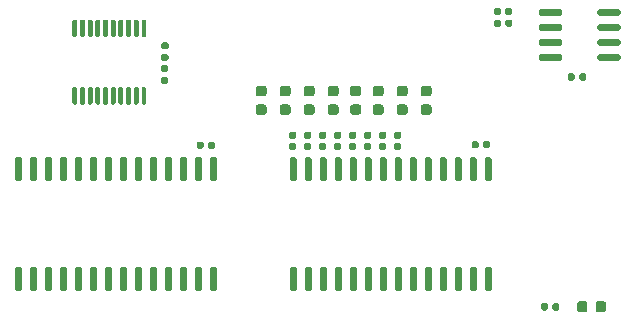
<source format=gtp>
%TF.GenerationSoftware,KiCad,Pcbnew,5.1.6*%
%TF.CreationDate,2020-07-11T21:42:10+02:00*%
%TF.ProjectId,IDEHat,49444548-6174-42e6-9b69-6361645f7063,rev?*%
%TF.SameCoordinates,Original*%
%TF.FileFunction,Paste,Top*%
%TF.FilePolarity,Positive*%
%FSLAX46Y46*%
G04 Gerber Fmt 4.6, Leading zero omitted, Abs format (unit mm)*
G04 Created by KiCad (PCBNEW 5.1.6) date 2020-07-11 21:42:10*
%MOMM*%
%LPD*%
G01*
G04 APERTURE LIST*
G04 APERTURE END LIST*
%TO.C,U2*%
G36*
G01*
X68460627Y-144424877D02*
X68660627Y-144424877D01*
G75*
G02*
X68760627Y-144524877I0J-100000D01*
G01*
X68760627Y-145799877D01*
G75*
G02*
X68660627Y-145899877I-100000J0D01*
G01*
X68460627Y-145899877D01*
G75*
G02*
X68360627Y-145799877I0J100000D01*
G01*
X68360627Y-144524877D01*
G75*
G02*
X68460627Y-144424877I100000J0D01*
G01*
G37*
G36*
G01*
X67810627Y-144424877D02*
X68010627Y-144424877D01*
G75*
G02*
X68110627Y-144524877I0J-100000D01*
G01*
X68110627Y-145799877D01*
G75*
G02*
X68010627Y-145899877I-100000J0D01*
G01*
X67810627Y-145899877D01*
G75*
G02*
X67710627Y-145799877I0J100000D01*
G01*
X67710627Y-144524877D01*
G75*
G02*
X67810627Y-144424877I100000J0D01*
G01*
G37*
G36*
G01*
X67160627Y-144424877D02*
X67360627Y-144424877D01*
G75*
G02*
X67460627Y-144524877I0J-100000D01*
G01*
X67460627Y-145799877D01*
G75*
G02*
X67360627Y-145899877I-100000J0D01*
G01*
X67160627Y-145899877D01*
G75*
G02*
X67060627Y-145799877I0J100000D01*
G01*
X67060627Y-144524877D01*
G75*
G02*
X67160627Y-144424877I100000J0D01*
G01*
G37*
G36*
G01*
X66510627Y-144424877D02*
X66710627Y-144424877D01*
G75*
G02*
X66810627Y-144524877I0J-100000D01*
G01*
X66810627Y-145799877D01*
G75*
G02*
X66710627Y-145899877I-100000J0D01*
G01*
X66510627Y-145899877D01*
G75*
G02*
X66410627Y-145799877I0J100000D01*
G01*
X66410627Y-144524877D01*
G75*
G02*
X66510627Y-144424877I100000J0D01*
G01*
G37*
G36*
G01*
X65860627Y-144424877D02*
X66060627Y-144424877D01*
G75*
G02*
X66160627Y-144524877I0J-100000D01*
G01*
X66160627Y-145799877D01*
G75*
G02*
X66060627Y-145899877I-100000J0D01*
G01*
X65860627Y-145899877D01*
G75*
G02*
X65760627Y-145799877I0J100000D01*
G01*
X65760627Y-144524877D01*
G75*
G02*
X65860627Y-144424877I100000J0D01*
G01*
G37*
G36*
G01*
X65210627Y-144424877D02*
X65410627Y-144424877D01*
G75*
G02*
X65510627Y-144524877I0J-100000D01*
G01*
X65510627Y-145799877D01*
G75*
G02*
X65410627Y-145899877I-100000J0D01*
G01*
X65210627Y-145899877D01*
G75*
G02*
X65110627Y-145799877I0J100000D01*
G01*
X65110627Y-144524877D01*
G75*
G02*
X65210627Y-144424877I100000J0D01*
G01*
G37*
G36*
G01*
X64560627Y-144424877D02*
X64760627Y-144424877D01*
G75*
G02*
X64860627Y-144524877I0J-100000D01*
G01*
X64860627Y-145799877D01*
G75*
G02*
X64760627Y-145899877I-100000J0D01*
G01*
X64560627Y-145899877D01*
G75*
G02*
X64460627Y-145799877I0J100000D01*
G01*
X64460627Y-144524877D01*
G75*
G02*
X64560627Y-144424877I100000J0D01*
G01*
G37*
G36*
G01*
X63910627Y-144424877D02*
X64110627Y-144424877D01*
G75*
G02*
X64210627Y-144524877I0J-100000D01*
G01*
X64210627Y-145799877D01*
G75*
G02*
X64110627Y-145899877I-100000J0D01*
G01*
X63910627Y-145899877D01*
G75*
G02*
X63810627Y-145799877I0J100000D01*
G01*
X63810627Y-144524877D01*
G75*
G02*
X63910627Y-144424877I100000J0D01*
G01*
G37*
G36*
G01*
X63260627Y-144424877D02*
X63460627Y-144424877D01*
G75*
G02*
X63560627Y-144524877I0J-100000D01*
G01*
X63560627Y-145799877D01*
G75*
G02*
X63460627Y-145899877I-100000J0D01*
G01*
X63260627Y-145899877D01*
G75*
G02*
X63160627Y-145799877I0J100000D01*
G01*
X63160627Y-144524877D01*
G75*
G02*
X63260627Y-144424877I100000J0D01*
G01*
G37*
G36*
G01*
X62610627Y-144424877D02*
X62810627Y-144424877D01*
G75*
G02*
X62910627Y-144524877I0J-100000D01*
G01*
X62910627Y-145799877D01*
G75*
G02*
X62810627Y-145899877I-100000J0D01*
G01*
X62610627Y-145899877D01*
G75*
G02*
X62510627Y-145799877I0J100000D01*
G01*
X62510627Y-144524877D01*
G75*
G02*
X62610627Y-144424877I100000J0D01*
G01*
G37*
G36*
G01*
X62610627Y-138699877D02*
X62810627Y-138699877D01*
G75*
G02*
X62910627Y-138799877I0J-100000D01*
G01*
X62910627Y-140074877D01*
G75*
G02*
X62810627Y-140174877I-100000J0D01*
G01*
X62610627Y-140174877D01*
G75*
G02*
X62510627Y-140074877I0J100000D01*
G01*
X62510627Y-138799877D01*
G75*
G02*
X62610627Y-138699877I100000J0D01*
G01*
G37*
G36*
G01*
X63260627Y-138699877D02*
X63460627Y-138699877D01*
G75*
G02*
X63560627Y-138799877I0J-100000D01*
G01*
X63560627Y-140074877D01*
G75*
G02*
X63460627Y-140174877I-100000J0D01*
G01*
X63260627Y-140174877D01*
G75*
G02*
X63160627Y-140074877I0J100000D01*
G01*
X63160627Y-138799877D01*
G75*
G02*
X63260627Y-138699877I100000J0D01*
G01*
G37*
G36*
G01*
X63910627Y-138699877D02*
X64110627Y-138699877D01*
G75*
G02*
X64210627Y-138799877I0J-100000D01*
G01*
X64210627Y-140074877D01*
G75*
G02*
X64110627Y-140174877I-100000J0D01*
G01*
X63910627Y-140174877D01*
G75*
G02*
X63810627Y-140074877I0J100000D01*
G01*
X63810627Y-138799877D01*
G75*
G02*
X63910627Y-138699877I100000J0D01*
G01*
G37*
G36*
G01*
X64560627Y-138699877D02*
X64760627Y-138699877D01*
G75*
G02*
X64860627Y-138799877I0J-100000D01*
G01*
X64860627Y-140074877D01*
G75*
G02*
X64760627Y-140174877I-100000J0D01*
G01*
X64560627Y-140174877D01*
G75*
G02*
X64460627Y-140074877I0J100000D01*
G01*
X64460627Y-138799877D01*
G75*
G02*
X64560627Y-138699877I100000J0D01*
G01*
G37*
G36*
G01*
X65210627Y-138699877D02*
X65410627Y-138699877D01*
G75*
G02*
X65510627Y-138799877I0J-100000D01*
G01*
X65510627Y-140074877D01*
G75*
G02*
X65410627Y-140174877I-100000J0D01*
G01*
X65210627Y-140174877D01*
G75*
G02*
X65110627Y-140074877I0J100000D01*
G01*
X65110627Y-138799877D01*
G75*
G02*
X65210627Y-138699877I100000J0D01*
G01*
G37*
G36*
G01*
X65860627Y-138699877D02*
X66060627Y-138699877D01*
G75*
G02*
X66160627Y-138799877I0J-100000D01*
G01*
X66160627Y-140074877D01*
G75*
G02*
X66060627Y-140174877I-100000J0D01*
G01*
X65860627Y-140174877D01*
G75*
G02*
X65760627Y-140074877I0J100000D01*
G01*
X65760627Y-138799877D01*
G75*
G02*
X65860627Y-138699877I100000J0D01*
G01*
G37*
G36*
G01*
X66510627Y-138699877D02*
X66710627Y-138699877D01*
G75*
G02*
X66810627Y-138799877I0J-100000D01*
G01*
X66810627Y-140074877D01*
G75*
G02*
X66710627Y-140174877I-100000J0D01*
G01*
X66510627Y-140174877D01*
G75*
G02*
X66410627Y-140074877I0J100000D01*
G01*
X66410627Y-138799877D01*
G75*
G02*
X66510627Y-138699877I100000J0D01*
G01*
G37*
G36*
G01*
X67160627Y-138699877D02*
X67360627Y-138699877D01*
G75*
G02*
X67460627Y-138799877I0J-100000D01*
G01*
X67460627Y-140074877D01*
G75*
G02*
X67360627Y-140174877I-100000J0D01*
G01*
X67160627Y-140174877D01*
G75*
G02*
X67060627Y-140074877I0J100000D01*
G01*
X67060627Y-138799877D01*
G75*
G02*
X67160627Y-138699877I100000J0D01*
G01*
G37*
G36*
G01*
X67810627Y-138699877D02*
X68010627Y-138699877D01*
G75*
G02*
X68110627Y-138799877I0J-100000D01*
G01*
X68110627Y-140074877D01*
G75*
G02*
X68010627Y-140174877I-100000J0D01*
G01*
X67810627Y-140174877D01*
G75*
G02*
X67710627Y-140074877I0J100000D01*
G01*
X67710627Y-138799877D01*
G75*
G02*
X67810627Y-138699877I100000J0D01*
G01*
G37*
G36*
G01*
X68460627Y-138699877D02*
X68660627Y-138699877D01*
G75*
G02*
X68760627Y-138799877I0J-100000D01*
G01*
X68760627Y-140074877D01*
G75*
G02*
X68660627Y-140174877I-100000J0D01*
G01*
X68460627Y-140174877D01*
G75*
G02*
X68360627Y-140074877I0J100000D01*
G01*
X68360627Y-138799877D01*
G75*
G02*
X68460627Y-138699877I100000J0D01*
G01*
G37*
%TD*%
%TO.C,R11*%
G36*
G01*
X80980500Y-149161000D02*
X81325500Y-149161000D01*
G75*
G02*
X81473000Y-149308500I0J-147500D01*
G01*
X81473000Y-149603500D01*
G75*
G02*
X81325500Y-149751000I-147500J0D01*
G01*
X80980500Y-149751000D01*
G75*
G02*
X80833000Y-149603500I0J147500D01*
G01*
X80833000Y-149308500D01*
G75*
G02*
X80980500Y-149161000I147500J0D01*
G01*
G37*
G36*
G01*
X80980500Y-148191000D02*
X81325500Y-148191000D01*
G75*
G02*
X81473000Y-148338500I0J-147500D01*
G01*
X81473000Y-148633500D01*
G75*
G02*
X81325500Y-148781000I-147500J0D01*
G01*
X80980500Y-148781000D01*
G75*
G02*
X80833000Y-148633500I0J147500D01*
G01*
X80833000Y-148338500D01*
G75*
G02*
X80980500Y-148191000I147500J0D01*
G01*
G37*
%TD*%
%TO.C,R10*%
G36*
G01*
X82250500Y-149161000D02*
X82595500Y-149161000D01*
G75*
G02*
X82743000Y-149308500I0J-147500D01*
G01*
X82743000Y-149603500D01*
G75*
G02*
X82595500Y-149751000I-147500J0D01*
G01*
X82250500Y-149751000D01*
G75*
G02*
X82103000Y-149603500I0J147500D01*
G01*
X82103000Y-149308500D01*
G75*
G02*
X82250500Y-149161000I147500J0D01*
G01*
G37*
G36*
G01*
X82250500Y-148191000D02*
X82595500Y-148191000D01*
G75*
G02*
X82743000Y-148338500I0J-147500D01*
G01*
X82743000Y-148633500D01*
G75*
G02*
X82595500Y-148781000I-147500J0D01*
G01*
X82250500Y-148781000D01*
G75*
G02*
X82103000Y-148633500I0J147500D01*
G01*
X82103000Y-148338500D01*
G75*
G02*
X82250500Y-148191000I147500J0D01*
G01*
G37*
%TD*%
%TO.C,R9*%
G36*
G01*
X83520500Y-149161000D02*
X83865500Y-149161000D01*
G75*
G02*
X84013000Y-149308500I0J-147500D01*
G01*
X84013000Y-149603500D01*
G75*
G02*
X83865500Y-149751000I-147500J0D01*
G01*
X83520500Y-149751000D01*
G75*
G02*
X83373000Y-149603500I0J147500D01*
G01*
X83373000Y-149308500D01*
G75*
G02*
X83520500Y-149161000I147500J0D01*
G01*
G37*
G36*
G01*
X83520500Y-148191000D02*
X83865500Y-148191000D01*
G75*
G02*
X84013000Y-148338500I0J-147500D01*
G01*
X84013000Y-148633500D01*
G75*
G02*
X83865500Y-148781000I-147500J0D01*
G01*
X83520500Y-148781000D01*
G75*
G02*
X83373000Y-148633500I0J147500D01*
G01*
X83373000Y-148338500D01*
G75*
G02*
X83520500Y-148191000I147500J0D01*
G01*
G37*
%TD*%
%TO.C,R8*%
G36*
G01*
X84790500Y-149161000D02*
X85135500Y-149161000D01*
G75*
G02*
X85283000Y-149308500I0J-147500D01*
G01*
X85283000Y-149603500D01*
G75*
G02*
X85135500Y-149751000I-147500J0D01*
G01*
X84790500Y-149751000D01*
G75*
G02*
X84643000Y-149603500I0J147500D01*
G01*
X84643000Y-149308500D01*
G75*
G02*
X84790500Y-149161000I147500J0D01*
G01*
G37*
G36*
G01*
X84790500Y-148191000D02*
X85135500Y-148191000D01*
G75*
G02*
X85283000Y-148338500I0J-147500D01*
G01*
X85283000Y-148633500D01*
G75*
G02*
X85135500Y-148781000I-147500J0D01*
G01*
X84790500Y-148781000D01*
G75*
G02*
X84643000Y-148633500I0J147500D01*
G01*
X84643000Y-148338500D01*
G75*
G02*
X84790500Y-148191000I147500J0D01*
G01*
G37*
%TD*%
%TO.C,R7*%
G36*
G01*
X86060500Y-149161000D02*
X86405500Y-149161000D01*
G75*
G02*
X86553000Y-149308500I0J-147500D01*
G01*
X86553000Y-149603500D01*
G75*
G02*
X86405500Y-149751000I-147500J0D01*
G01*
X86060500Y-149751000D01*
G75*
G02*
X85913000Y-149603500I0J147500D01*
G01*
X85913000Y-149308500D01*
G75*
G02*
X86060500Y-149161000I147500J0D01*
G01*
G37*
G36*
G01*
X86060500Y-148191000D02*
X86405500Y-148191000D01*
G75*
G02*
X86553000Y-148338500I0J-147500D01*
G01*
X86553000Y-148633500D01*
G75*
G02*
X86405500Y-148781000I-147500J0D01*
G01*
X86060500Y-148781000D01*
G75*
G02*
X85913000Y-148633500I0J147500D01*
G01*
X85913000Y-148338500D01*
G75*
G02*
X86060500Y-148191000I147500J0D01*
G01*
G37*
%TD*%
%TO.C,R6*%
G36*
G01*
X87330500Y-149161000D02*
X87675500Y-149161000D01*
G75*
G02*
X87823000Y-149308500I0J-147500D01*
G01*
X87823000Y-149603500D01*
G75*
G02*
X87675500Y-149751000I-147500J0D01*
G01*
X87330500Y-149751000D01*
G75*
G02*
X87183000Y-149603500I0J147500D01*
G01*
X87183000Y-149308500D01*
G75*
G02*
X87330500Y-149161000I147500J0D01*
G01*
G37*
G36*
G01*
X87330500Y-148191000D02*
X87675500Y-148191000D01*
G75*
G02*
X87823000Y-148338500I0J-147500D01*
G01*
X87823000Y-148633500D01*
G75*
G02*
X87675500Y-148781000I-147500J0D01*
G01*
X87330500Y-148781000D01*
G75*
G02*
X87183000Y-148633500I0J147500D01*
G01*
X87183000Y-148338500D01*
G75*
G02*
X87330500Y-148191000I147500J0D01*
G01*
G37*
%TD*%
%TO.C,R5*%
G36*
G01*
X88600500Y-149161000D02*
X88945500Y-149161000D01*
G75*
G02*
X89093000Y-149308500I0J-147500D01*
G01*
X89093000Y-149603500D01*
G75*
G02*
X88945500Y-149751000I-147500J0D01*
G01*
X88600500Y-149751000D01*
G75*
G02*
X88453000Y-149603500I0J147500D01*
G01*
X88453000Y-149308500D01*
G75*
G02*
X88600500Y-149161000I147500J0D01*
G01*
G37*
G36*
G01*
X88600500Y-148191000D02*
X88945500Y-148191000D01*
G75*
G02*
X89093000Y-148338500I0J-147500D01*
G01*
X89093000Y-148633500D01*
G75*
G02*
X88945500Y-148781000I-147500J0D01*
G01*
X88600500Y-148781000D01*
G75*
G02*
X88453000Y-148633500I0J147500D01*
G01*
X88453000Y-148338500D01*
G75*
G02*
X88600500Y-148191000I147500J0D01*
G01*
G37*
%TD*%
%TO.C,R4*%
G36*
G01*
X89870500Y-149161000D02*
X90215500Y-149161000D01*
G75*
G02*
X90363000Y-149308500I0J-147500D01*
G01*
X90363000Y-149603500D01*
G75*
G02*
X90215500Y-149751000I-147500J0D01*
G01*
X89870500Y-149751000D01*
G75*
G02*
X89723000Y-149603500I0J147500D01*
G01*
X89723000Y-149308500D01*
G75*
G02*
X89870500Y-149161000I147500J0D01*
G01*
G37*
G36*
G01*
X89870500Y-148191000D02*
X90215500Y-148191000D01*
G75*
G02*
X90363000Y-148338500I0J-147500D01*
G01*
X90363000Y-148633500D01*
G75*
G02*
X90215500Y-148781000I-147500J0D01*
G01*
X89870500Y-148781000D01*
G75*
G02*
X89723000Y-148633500I0J147500D01*
G01*
X89723000Y-148338500D01*
G75*
G02*
X89870500Y-148191000I147500J0D01*
G01*
G37*
%TD*%
%TO.C,D9*%
G36*
G01*
X78742250Y-145192000D02*
X78229750Y-145192000D01*
G75*
G02*
X78011000Y-144973250I0J218750D01*
G01*
X78011000Y-144535750D01*
G75*
G02*
X78229750Y-144317000I218750J0D01*
G01*
X78742250Y-144317000D01*
G75*
G02*
X78961000Y-144535750I0J-218750D01*
G01*
X78961000Y-144973250D01*
G75*
G02*
X78742250Y-145192000I-218750J0D01*
G01*
G37*
G36*
G01*
X78742250Y-146767000D02*
X78229750Y-146767000D01*
G75*
G02*
X78011000Y-146548250I0J218750D01*
G01*
X78011000Y-146110750D01*
G75*
G02*
X78229750Y-145892000I218750J0D01*
G01*
X78742250Y-145892000D01*
G75*
G02*
X78961000Y-146110750I0J-218750D01*
G01*
X78961000Y-146548250D01*
G75*
G02*
X78742250Y-146767000I-218750J0D01*
G01*
G37*
%TD*%
%TO.C,D8*%
G36*
G01*
X80774250Y-145192000D02*
X80261750Y-145192000D01*
G75*
G02*
X80043000Y-144973250I0J218750D01*
G01*
X80043000Y-144535750D01*
G75*
G02*
X80261750Y-144317000I218750J0D01*
G01*
X80774250Y-144317000D01*
G75*
G02*
X80993000Y-144535750I0J-218750D01*
G01*
X80993000Y-144973250D01*
G75*
G02*
X80774250Y-145192000I-218750J0D01*
G01*
G37*
G36*
G01*
X80774250Y-146767000D02*
X80261750Y-146767000D01*
G75*
G02*
X80043000Y-146548250I0J218750D01*
G01*
X80043000Y-146110750D01*
G75*
G02*
X80261750Y-145892000I218750J0D01*
G01*
X80774250Y-145892000D01*
G75*
G02*
X80993000Y-146110750I0J-218750D01*
G01*
X80993000Y-146548250D01*
G75*
G02*
X80774250Y-146767000I-218750J0D01*
G01*
G37*
%TD*%
%TO.C,D7*%
G36*
G01*
X82806250Y-145192000D02*
X82293750Y-145192000D01*
G75*
G02*
X82075000Y-144973250I0J218750D01*
G01*
X82075000Y-144535750D01*
G75*
G02*
X82293750Y-144317000I218750J0D01*
G01*
X82806250Y-144317000D01*
G75*
G02*
X83025000Y-144535750I0J-218750D01*
G01*
X83025000Y-144973250D01*
G75*
G02*
X82806250Y-145192000I-218750J0D01*
G01*
G37*
G36*
G01*
X82806250Y-146767000D02*
X82293750Y-146767000D01*
G75*
G02*
X82075000Y-146548250I0J218750D01*
G01*
X82075000Y-146110750D01*
G75*
G02*
X82293750Y-145892000I218750J0D01*
G01*
X82806250Y-145892000D01*
G75*
G02*
X83025000Y-146110750I0J-218750D01*
G01*
X83025000Y-146548250D01*
G75*
G02*
X82806250Y-146767000I-218750J0D01*
G01*
G37*
%TD*%
%TO.C,D6*%
G36*
G01*
X84838250Y-145192000D02*
X84325750Y-145192000D01*
G75*
G02*
X84107000Y-144973250I0J218750D01*
G01*
X84107000Y-144535750D01*
G75*
G02*
X84325750Y-144317000I218750J0D01*
G01*
X84838250Y-144317000D01*
G75*
G02*
X85057000Y-144535750I0J-218750D01*
G01*
X85057000Y-144973250D01*
G75*
G02*
X84838250Y-145192000I-218750J0D01*
G01*
G37*
G36*
G01*
X84838250Y-146767000D02*
X84325750Y-146767000D01*
G75*
G02*
X84107000Y-146548250I0J218750D01*
G01*
X84107000Y-146110750D01*
G75*
G02*
X84325750Y-145892000I218750J0D01*
G01*
X84838250Y-145892000D01*
G75*
G02*
X85057000Y-146110750I0J-218750D01*
G01*
X85057000Y-146548250D01*
G75*
G02*
X84838250Y-146767000I-218750J0D01*
G01*
G37*
%TD*%
%TO.C,D5*%
G36*
G01*
X86743250Y-145192000D02*
X86230750Y-145192000D01*
G75*
G02*
X86012000Y-144973250I0J218750D01*
G01*
X86012000Y-144535750D01*
G75*
G02*
X86230750Y-144317000I218750J0D01*
G01*
X86743250Y-144317000D01*
G75*
G02*
X86962000Y-144535750I0J-218750D01*
G01*
X86962000Y-144973250D01*
G75*
G02*
X86743250Y-145192000I-218750J0D01*
G01*
G37*
G36*
G01*
X86743250Y-146767000D02*
X86230750Y-146767000D01*
G75*
G02*
X86012000Y-146548250I0J218750D01*
G01*
X86012000Y-146110750D01*
G75*
G02*
X86230750Y-145892000I218750J0D01*
G01*
X86743250Y-145892000D01*
G75*
G02*
X86962000Y-146110750I0J-218750D01*
G01*
X86962000Y-146548250D01*
G75*
G02*
X86743250Y-146767000I-218750J0D01*
G01*
G37*
%TD*%
%TO.C,D4*%
G36*
G01*
X88648250Y-145192000D02*
X88135750Y-145192000D01*
G75*
G02*
X87917000Y-144973250I0J218750D01*
G01*
X87917000Y-144535750D01*
G75*
G02*
X88135750Y-144317000I218750J0D01*
G01*
X88648250Y-144317000D01*
G75*
G02*
X88867000Y-144535750I0J-218750D01*
G01*
X88867000Y-144973250D01*
G75*
G02*
X88648250Y-145192000I-218750J0D01*
G01*
G37*
G36*
G01*
X88648250Y-146767000D02*
X88135750Y-146767000D01*
G75*
G02*
X87917000Y-146548250I0J218750D01*
G01*
X87917000Y-146110750D01*
G75*
G02*
X88135750Y-145892000I218750J0D01*
G01*
X88648250Y-145892000D01*
G75*
G02*
X88867000Y-146110750I0J-218750D01*
G01*
X88867000Y-146548250D01*
G75*
G02*
X88648250Y-146767000I-218750J0D01*
G01*
G37*
%TD*%
%TO.C,D3*%
G36*
G01*
X90680250Y-145192000D02*
X90167750Y-145192000D01*
G75*
G02*
X89949000Y-144973250I0J218750D01*
G01*
X89949000Y-144535750D01*
G75*
G02*
X90167750Y-144317000I218750J0D01*
G01*
X90680250Y-144317000D01*
G75*
G02*
X90899000Y-144535750I0J-218750D01*
G01*
X90899000Y-144973250D01*
G75*
G02*
X90680250Y-145192000I-218750J0D01*
G01*
G37*
G36*
G01*
X90680250Y-146767000D02*
X90167750Y-146767000D01*
G75*
G02*
X89949000Y-146548250I0J218750D01*
G01*
X89949000Y-146110750D01*
G75*
G02*
X90167750Y-145892000I218750J0D01*
G01*
X90680250Y-145892000D01*
G75*
G02*
X90899000Y-146110750I0J-218750D01*
G01*
X90899000Y-146548250D01*
G75*
G02*
X90680250Y-146767000I-218750J0D01*
G01*
G37*
%TD*%
%TO.C,D2*%
G36*
G01*
X92712250Y-145192000D02*
X92199750Y-145192000D01*
G75*
G02*
X91981000Y-144973250I0J218750D01*
G01*
X91981000Y-144535750D01*
G75*
G02*
X92199750Y-144317000I218750J0D01*
G01*
X92712250Y-144317000D01*
G75*
G02*
X92931000Y-144535750I0J-218750D01*
G01*
X92931000Y-144973250D01*
G75*
G02*
X92712250Y-145192000I-218750J0D01*
G01*
G37*
G36*
G01*
X92712250Y-146767000D02*
X92199750Y-146767000D01*
G75*
G02*
X91981000Y-146548250I0J218750D01*
G01*
X91981000Y-146110750D01*
G75*
G02*
X92199750Y-145892000I218750J0D01*
G01*
X92712250Y-145892000D01*
G75*
G02*
X92931000Y-146110750I0J-218750D01*
G01*
X92931000Y-146548250D01*
G75*
G02*
X92712250Y-146767000I-218750J0D01*
G01*
G37*
%TD*%
%TO.C,C5*%
G36*
G01*
X105425628Y-143742378D02*
X105425628Y-143397378D01*
G75*
G02*
X105573128Y-143249878I147500J0D01*
G01*
X105868128Y-143249878D01*
G75*
G02*
X106015628Y-143397378I0J-147500D01*
G01*
X106015628Y-143742378D01*
G75*
G02*
X105868128Y-143889878I-147500J0D01*
G01*
X105573128Y-143889878D01*
G75*
G02*
X105425628Y-143742378I0J147500D01*
G01*
G37*
G36*
G01*
X104455628Y-143742378D02*
X104455628Y-143397378D01*
G75*
G02*
X104603128Y-143249878I147500J0D01*
G01*
X104898128Y-143249878D01*
G75*
G02*
X105045628Y-143397378I0J-147500D01*
G01*
X105045628Y-143742378D01*
G75*
G02*
X104898128Y-143889878I-147500J0D01*
G01*
X104603128Y-143889878D01*
G75*
G02*
X104455628Y-143742378I0J147500D01*
G01*
G37*
%TD*%
%TO.C,C4*%
G36*
G01*
X70153127Y-141599875D02*
X70498127Y-141599875D01*
G75*
G02*
X70645627Y-141747375I0J-147500D01*
G01*
X70645627Y-142042375D01*
G75*
G02*
X70498127Y-142189875I-147500J0D01*
G01*
X70153127Y-142189875D01*
G75*
G02*
X70005627Y-142042375I0J147500D01*
G01*
X70005627Y-141747375D01*
G75*
G02*
X70153127Y-141599875I147500J0D01*
G01*
G37*
G36*
G01*
X70153127Y-140629875D02*
X70498127Y-140629875D01*
G75*
G02*
X70645627Y-140777375I0J-147500D01*
G01*
X70645627Y-141072375D01*
G75*
G02*
X70498127Y-141219875I-147500J0D01*
G01*
X70153127Y-141219875D01*
G75*
G02*
X70005627Y-141072375I0J147500D01*
G01*
X70005627Y-140777375D01*
G75*
G02*
X70153127Y-140629875I147500J0D01*
G01*
G37*
%TD*%
%TO.C,C3*%
G36*
G01*
X96895627Y-149127375D02*
X96895627Y-149472375D01*
G75*
G02*
X96748127Y-149619875I-147500J0D01*
G01*
X96453127Y-149619875D01*
G75*
G02*
X96305627Y-149472375I0J147500D01*
G01*
X96305627Y-149127375D01*
G75*
G02*
X96453127Y-148979875I147500J0D01*
G01*
X96748127Y-148979875D01*
G75*
G02*
X96895627Y-149127375I0J-147500D01*
G01*
G37*
G36*
G01*
X97865627Y-149127375D02*
X97865627Y-149472375D01*
G75*
G02*
X97718127Y-149619875I-147500J0D01*
G01*
X97423127Y-149619875D01*
G75*
G02*
X97275627Y-149472375I0J147500D01*
G01*
X97275627Y-149127375D01*
G75*
G02*
X97423127Y-148979875I147500J0D01*
G01*
X97718127Y-148979875D01*
G75*
G02*
X97865627Y-149127375I0J-147500D01*
G01*
G37*
%TD*%
%TO.C,C2*%
G36*
G01*
X73995628Y-149522376D02*
X73995628Y-149177376D01*
G75*
G02*
X74143128Y-149029876I147500J0D01*
G01*
X74438128Y-149029876D01*
G75*
G02*
X74585628Y-149177376I0J-147500D01*
G01*
X74585628Y-149522376D01*
G75*
G02*
X74438128Y-149669876I-147500J0D01*
G01*
X74143128Y-149669876D01*
G75*
G02*
X73995628Y-149522376I0J147500D01*
G01*
G37*
G36*
G01*
X73025628Y-149522376D02*
X73025628Y-149177376D01*
G75*
G02*
X73173128Y-149029876I147500J0D01*
G01*
X73468128Y-149029876D01*
G75*
G02*
X73615628Y-149177376I0J-147500D01*
G01*
X73615628Y-149522376D01*
G75*
G02*
X73468128Y-149669876I-147500J0D01*
G01*
X73173128Y-149669876D01*
G75*
G02*
X73025628Y-149522376I0J147500D01*
G01*
G37*
%TD*%
%TO.C,C1*%
G36*
G01*
X70488127Y-143159876D02*
X70143127Y-143159876D01*
G75*
G02*
X69995627Y-143012376I0J147500D01*
G01*
X69995627Y-142717376D01*
G75*
G02*
X70143127Y-142569876I147500J0D01*
G01*
X70488127Y-142569876D01*
G75*
G02*
X70635627Y-142717376I0J-147500D01*
G01*
X70635627Y-143012376D01*
G75*
G02*
X70488127Y-143159876I-147500J0D01*
G01*
G37*
G36*
G01*
X70488127Y-144129876D02*
X70143127Y-144129876D01*
G75*
G02*
X69995627Y-143982376I0J147500D01*
G01*
X69995627Y-143687376D01*
G75*
G02*
X70143127Y-143539876I147500J0D01*
G01*
X70488127Y-143539876D01*
G75*
G02*
X70635627Y-143687376I0J-147500D01*
G01*
X70635627Y-143982376D01*
G75*
G02*
X70488127Y-144129876I-147500J0D01*
G01*
G37*
%TD*%
%TO.C,U4*%
G36*
G01*
X81360628Y-152394875D02*
X81060628Y-152394875D01*
G75*
G02*
X80910628Y-152244875I0J150000D01*
G01*
X80910628Y-150494875D01*
G75*
G02*
X81060628Y-150344875I150000J0D01*
G01*
X81360628Y-150344875D01*
G75*
G02*
X81510628Y-150494875I0J-150000D01*
G01*
X81510628Y-152244875D01*
G75*
G02*
X81360628Y-152394875I-150000J0D01*
G01*
G37*
G36*
G01*
X82630628Y-152394875D02*
X82330628Y-152394875D01*
G75*
G02*
X82180628Y-152244875I0J150000D01*
G01*
X82180628Y-150494875D01*
G75*
G02*
X82330628Y-150344875I150000J0D01*
G01*
X82630628Y-150344875D01*
G75*
G02*
X82780628Y-150494875I0J-150000D01*
G01*
X82780628Y-152244875D01*
G75*
G02*
X82630628Y-152394875I-150000J0D01*
G01*
G37*
G36*
G01*
X83900628Y-152394875D02*
X83600628Y-152394875D01*
G75*
G02*
X83450628Y-152244875I0J150000D01*
G01*
X83450628Y-150494875D01*
G75*
G02*
X83600628Y-150344875I150000J0D01*
G01*
X83900628Y-150344875D01*
G75*
G02*
X84050628Y-150494875I0J-150000D01*
G01*
X84050628Y-152244875D01*
G75*
G02*
X83900628Y-152394875I-150000J0D01*
G01*
G37*
G36*
G01*
X85170628Y-152394875D02*
X84870628Y-152394875D01*
G75*
G02*
X84720628Y-152244875I0J150000D01*
G01*
X84720628Y-150494875D01*
G75*
G02*
X84870628Y-150344875I150000J0D01*
G01*
X85170628Y-150344875D01*
G75*
G02*
X85320628Y-150494875I0J-150000D01*
G01*
X85320628Y-152244875D01*
G75*
G02*
X85170628Y-152394875I-150000J0D01*
G01*
G37*
G36*
G01*
X86440628Y-152394875D02*
X86140628Y-152394875D01*
G75*
G02*
X85990628Y-152244875I0J150000D01*
G01*
X85990628Y-150494875D01*
G75*
G02*
X86140628Y-150344875I150000J0D01*
G01*
X86440628Y-150344875D01*
G75*
G02*
X86590628Y-150494875I0J-150000D01*
G01*
X86590628Y-152244875D01*
G75*
G02*
X86440628Y-152394875I-150000J0D01*
G01*
G37*
G36*
G01*
X87710628Y-152394875D02*
X87410628Y-152394875D01*
G75*
G02*
X87260628Y-152244875I0J150000D01*
G01*
X87260628Y-150494875D01*
G75*
G02*
X87410628Y-150344875I150000J0D01*
G01*
X87710628Y-150344875D01*
G75*
G02*
X87860628Y-150494875I0J-150000D01*
G01*
X87860628Y-152244875D01*
G75*
G02*
X87710628Y-152394875I-150000J0D01*
G01*
G37*
G36*
G01*
X88980628Y-152394875D02*
X88680628Y-152394875D01*
G75*
G02*
X88530628Y-152244875I0J150000D01*
G01*
X88530628Y-150494875D01*
G75*
G02*
X88680628Y-150344875I150000J0D01*
G01*
X88980628Y-150344875D01*
G75*
G02*
X89130628Y-150494875I0J-150000D01*
G01*
X89130628Y-152244875D01*
G75*
G02*
X88980628Y-152394875I-150000J0D01*
G01*
G37*
G36*
G01*
X90250628Y-152394875D02*
X89950628Y-152394875D01*
G75*
G02*
X89800628Y-152244875I0J150000D01*
G01*
X89800628Y-150494875D01*
G75*
G02*
X89950628Y-150344875I150000J0D01*
G01*
X90250628Y-150344875D01*
G75*
G02*
X90400628Y-150494875I0J-150000D01*
G01*
X90400628Y-152244875D01*
G75*
G02*
X90250628Y-152394875I-150000J0D01*
G01*
G37*
G36*
G01*
X91520628Y-152394875D02*
X91220628Y-152394875D01*
G75*
G02*
X91070628Y-152244875I0J150000D01*
G01*
X91070628Y-150494875D01*
G75*
G02*
X91220628Y-150344875I150000J0D01*
G01*
X91520628Y-150344875D01*
G75*
G02*
X91670628Y-150494875I0J-150000D01*
G01*
X91670628Y-152244875D01*
G75*
G02*
X91520628Y-152394875I-150000J0D01*
G01*
G37*
G36*
G01*
X92790628Y-152394875D02*
X92490628Y-152394875D01*
G75*
G02*
X92340628Y-152244875I0J150000D01*
G01*
X92340628Y-150494875D01*
G75*
G02*
X92490628Y-150344875I150000J0D01*
G01*
X92790628Y-150344875D01*
G75*
G02*
X92940628Y-150494875I0J-150000D01*
G01*
X92940628Y-152244875D01*
G75*
G02*
X92790628Y-152394875I-150000J0D01*
G01*
G37*
G36*
G01*
X94060628Y-152394875D02*
X93760628Y-152394875D01*
G75*
G02*
X93610628Y-152244875I0J150000D01*
G01*
X93610628Y-150494875D01*
G75*
G02*
X93760628Y-150344875I150000J0D01*
G01*
X94060628Y-150344875D01*
G75*
G02*
X94210628Y-150494875I0J-150000D01*
G01*
X94210628Y-152244875D01*
G75*
G02*
X94060628Y-152394875I-150000J0D01*
G01*
G37*
G36*
G01*
X95330628Y-152394875D02*
X95030628Y-152394875D01*
G75*
G02*
X94880628Y-152244875I0J150000D01*
G01*
X94880628Y-150494875D01*
G75*
G02*
X95030628Y-150344875I150000J0D01*
G01*
X95330628Y-150344875D01*
G75*
G02*
X95480628Y-150494875I0J-150000D01*
G01*
X95480628Y-152244875D01*
G75*
G02*
X95330628Y-152394875I-150000J0D01*
G01*
G37*
G36*
G01*
X96600628Y-152394875D02*
X96300628Y-152394875D01*
G75*
G02*
X96150628Y-152244875I0J150000D01*
G01*
X96150628Y-150494875D01*
G75*
G02*
X96300628Y-150344875I150000J0D01*
G01*
X96600628Y-150344875D01*
G75*
G02*
X96750628Y-150494875I0J-150000D01*
G01*
X96750628Y-152244875D01*
G75*
G02*
X96600628Y-152394875I-150000J0D01*
G01*
G37*
G36*
G01*
X97870628Y-152394875D02*
X97570628Y-152394875D01*
G75*
G02*
X97420628Y-152244875I0J150000D01*
G01*
X97420628Y-150494875D01*
G75*
G02*
X97570628Y-150344875I150000J0D01*
G01*
X97870628Y-150344875D01*
G75*
G02*
X98020628Y-150494875I0J-150000D01*
G01*
X98020628Y-152244875D01*
G75*
G02*
X97870628Y-152394875I-150000J0D01*
G01*
G37*
G36*
G01*
X97870628Y-161694875D02*
X97570628Y-161694875D01*
G75*
G02*
X97420628Y-161544875I0J150000D01*
G01*
X97420628Y-159794875D01*
G75*
G02*
X97570628Y-159644875I150000J0D01*
G01*
X97870628Y-159644875D01*
G75*
G02*
X98020628Y-159794875I0J-150000D01*
G01*
X98020628Y-161544875D01*
G75*
G02*
X97870628Y-161694875I-150000J0D01*
G01*
G37*
G36*
G01*
X96600628Y-161694875D02*
X96300628Y-161694875D01*
G75*
G02*
X96150628Y-161544875I0J150000D01*
G01*
X96150628Y-159794875D01*
G75*
G02*
X96300628Y-159644875I150000J0D01*
G01*
X96600628Y-159644875D01*
G75*
G02*
X96750628Y-159794875I0J-150000D01*
G01*
X96750628Y-161544875D01*
G75*
G02*
X96600628Y-161694875I-150000J0D01*
G01*
G37*
G36*
G01*
X95330628Y-161694875D02*
X95030628Y-161694875D01*
G75*
G02*
X94880628Y-161544875I0J150000D01*
G01*
X94880628Y-159794875D01*
G75*
G02*
X95030628Y-159644875I150000J0D01*
G01*
X95330628Y-159644875D01*
G75*
G02*
X95480628Y-159794875I0J-150000D01*
G01*
X95480628Y-161544875D01*
G75*
G02*
X95330628Y-161694875I-150000J0D01*
G01*
G37*
G36*
G01*
X94060628Y-161694875D02*
X93760628Y-161694875D01*
G75*
G02*
X93610628Y-161544875I0J150000D01*
G01*
X93610628Y-159794875D01*
G75*
G02*
X93760628Y-159644875I150000J0D01*
G01*
X94060628Y-159644875D01*
G75*
G02*
X94210628Y-159794875I0J-150000D01*
G01*
X94210628Y-161544875D01*
G75*
G02*
X94060628Y-161694875I-150000J0D01*
G01*
G37*
G36*
G01*
X92790628Y-161694875D02*
X92490628Y-161694875D01*
G75*
G02*
X92340628Y-161544875I0J150000D01*
G01*
X92340628Y-159794875D01*
G75*
G02*
X92490628Y-159644875I150000J0D01*
G01*
X92790628Y-159644875D01*
G75*
G02*
X92940628Y-159794875I0J-150000D01*
G01*
X92940628Y-161544875D01*
G75*
G02*
X92790628Y-161694875I-150000J0D01*
G01*
G37*
G36*
G01*
X91520628Y-161694875D02*
X91220628Y-161694875D01*
G75*
G02*
X91070628Y-161544875I0J150000D01*
G01*
X91070628Y-159794875D01*
G75*
G02*
X91220628Y-159644875I150000J0D01*
G01*
X91520628Y-159644875D01*
G75*
G02*
X91670628Y-159794875I0J-150000D01*
G01*
X91670628Y-161544875D01*
G75*
G02*
X91520628Y-161694875I-150000J0D01*
G01*
G37*
G36*
G01*
X90250628Y-161694875D02*
X89950628Y-161694875D01*
G75*
G02*
X89800628Y-161544875I0J150000D01*
G01*
X89800628Y-159794875D01*
G75*
G02*
X89950628Y-159644875I150000J0D01*
G01*
X90250628Y-159644875D01*
G75*
G02*
X90400628Y-159794875I0J-150000D01*
G01*
X90400628Y-161544875D01*
G75*
G02*
X90250628Y-161694875I-150000J0D01*
G01*
G37*
G36*
G01*
X88980628Y-161694875D02*
X88680628Y-161694875D01*
G75*
G02*
X88530628Y-161544875I0J150000D01*
G01*
X88530628Y-159794875D01*
G75*
G02*
X88680628Y-159644875I150000J0D01*
G01*
X88980628Y-159644875D01*
G75*
G02*
X89130628Y-159794875I0J-150000D01*
G01*
X89130628Y-161544875D01*
G75*
G02*
X88980628Y-161694875I-150000J0D01*
G01*
G37*
G36*
G01*
X87710628Y-161694875D02*
X87410628Y-161694875D01*
G75*
G02*
X87260628Y-161544875I0J150000D01*
G01*
X87260628Y-159794875D01*
G75*
G02*
X87410628Y-159644875I150000J0D01*
G01*
X87710628Y-159644875D01*
G75*
G02*
X87860628Y-159794875I0J-150000D01*
G01*
X87860628Y-161544875D01*
G75*
G02*
X87710628Y-161694875I-150000J0D01*
G01*
G37*
G36*
G01*
X86440628Y-161694875D02*
X86140628Y-161694875D01*
G75*
G02*
X85990628Y-161544875I0J150000D01*
G01*
X85990628Y-159794875D01*
G75*
G02*
X86140628Y-159644875I150000J0D01*
G01*
X86440628Y-159644875D01*
G75*
G02*
X86590628Y-159794875I0J-150000D01*
G01*
X86590628Y-161544875D01*
G75*
G02*
X86440628Y-161694875I-150000J0D01*
G01*
G37*
G36*
G01*
X85170628Y-161694875D02*
X84870628Y-161694875D01*
G75*
G02*
X84720628Y-161544875I0J150000D01*
G01*
X84720628Y-159794875D01*
G75*
G02*
X84870628Y-159644875I150000J0D01*
G01*
X85170628Y-159644875D01*
G75*
G02*
X85320628Y-159794875I0J-150000D01*
G01*
X85320628Y-161544875D01*
G75*
G02*
X85170628Y-161694875I-150000J0D01*
G01*
G37*
G36*
G01*
X83900628Y-161694875D02*
X83600628Y-161694875D01*
G75*
G02*
X83450628Y-161544875I0J150000D01*
G01*
X83450628Y-159794875D01*
G75*
G02*
X83600628Y-159644875I150000J0D01*
G01*
X83900628Y-159644875D01*
G75*
G02*
X84050628Y-159794875I0J-150000D01*
G01*
X84050628Y-161544875D01*
G75*
G02*
X83900628Y-161694875I-150000J0D01*
G01*
G37*
G36*
G01*
X82630628Y-161694875D02*
X82330628Y-161694875D01*
G75*
G02*
X82180628Y-161544875I0J150000D01*
G01*
X82180628Y-159794875D01*
G75*
G02*
X82330628Y-159644875I150000J0D01*
G01*
X82630628Y-159644875D01*
G75*
G02*
X82780628Y-159794875I0J-150000D01*
G01*
X82780628Y-161544875D01*
G75*
G02*
X82630628Y-161694875I-150000J0D01*
G01*
G37*
G36*
G01*
X81360628Y-161694875D02*
X81060628Y-161694875D01*
G75*
G02*
X80910628Y-161544875I0J150000D01*
G01*
X80910628Y-159794875D01*
G75*
G02*
X81060628Y-159644875I150000J0D01*
G01*
X81360628Y-159644875D01*
G75*
G02*
X81510628Y-159794875I0J-150000D01*
G01*
X81510628Y-161544875D01*
G75*
G02*
X81360628Y-161694875I-150000J0D01*
G01*
G37*
%TD*%
%TO.C,U3*%
G36*
G01*
X58110628Y-152394877D02*
X57810628Y-152394877D01*
G75*
G02*
X57660628Y-152244877I0J150000D01*
G01*
X57660628Y-150494877D01*
G75*
G02*
X57810628Y-150344877I150000J0D01*
G01*
X58110628Y-150344877D01*
G75*
G02*
X58260628Y-150494877I0J-150000D01*
G01*
X58260628Y-152244877D01*
G75*
G02*
X58110628Y-152394877I-150000J0D01*
G01*
G37*
G36*
G01*
X59380628Y-152394877D02*
X59080628Y-152394877D01*
G75*
G02*
X58930628Y-152244877I0J150000D01*
G01*
X58930628Y-150494877D01*
G75*
G02*
X59080628Y-150344877I150000J0D01*
G01*
X59380628Y-150344877D01*
G75*
G02*
X59530628Y-150494877I0J-150000D01*
G01*
X59530628Y-152244877D01*
G75*
G02*
X59380628Y-152394877I-150000J0D01*
G01*
G37*
G36*
G01*
X60650628Y-152394877D02*
X60350628Y-152394877D01*
G75*
G02*
X60200628Y-152244877I0J150000D01*
G01*
X60200628Y-150494877D01*
G75*
G02*
X60350628Y-150344877I150000J0D01*
G01*
X60650628Y-150344877D01*
G75*
G02*
X60800628Y-150494877I0J-150000D01*
G01*
X60800628Y-152244877D01*
G75*
G02*
X60650628Y-152394877I-150000J0D01*
G01*
G37*
G36*
G01*
X61920628Y-152394877D02*
X61620628Y-152394877D01*
G75*
G02*
X61470628Y-152244877I0J150000D01*
G01*
X61470628Y-150494877D01*
G75*
G02*
X61620628Y-150344877I150000J0D01*
G01*
X61920628Y-150344877D01*
G75*
G02*
X62070628Y-150494877I0J-150000D01*
G01*
X62070628Y-152244877D01*
G75*
G02*
X61920628Y-152394877I-150000J0D01*
G01*
G37*
G36*
G01*
X63190628Y-152394877D02*
X62890628Y-152394877D01*
G75*
G02*
X62740628Y-152244877I0J150000D01*
G01*
X62740628Y-150494877D01*
G75*
G02*
X62890628Y-150344877I150000J0D01*
G01*
X63190628Y-150344877D01*
G75*
G02*
X63340628Y-150494877I0J-150000D01*
G01*
X63340628Y-152244877D01*
G75*
G02*
X63190628Y-152394877I-150000J0D01*
G01*
G37*
G36*
G01*
X64460628Y-152394877D02*
X64160628Y-152394877D01*
G75*
G02*
X64010628Y-152244877I0J150000D01*
G01*
X64010628Y-150494877D01*
G75*
G02*
X64160628Y-150344877I150000J0D01*
G01*
X64460628Y-150344877D01*
G75*
G02*
X64610628Y-150494877I0J-150000D01*
G01*
X64610628Y-152244877D01*
G75*
G02*
X64460628Y-152394877I-150000J0D01*
G01*
G37*
G36*
G01*
X65730628Y-152394877D02*
X65430628Y-152394877D01*
G75*
G02*
X65280628Y-152244877I0J150000D01*
G01*
X65280628Y-150494877D01*
G75*
G02*
X65430628Y-150344877I150000J0D01*
G01*
X65730628Y-150344877D01*
G75*
G02*
X65880628Y-150494877I0J-150000D01*
G01*
X65880628Y-152244877D01*
G75*
G02*
X65730628Y-152394877I-150000J0D01*
G01*
G37*
G36*
G01*
X67000628Y-152394877D02*
X66700628Y-152394877D01*
G75*
G02*
X66550628Y-152244877I0J150000D01*
G01*
X66550628Y-150494877D01*
G75*
G02*
X66700628Y-150344877I150000J0D01*
G01*
X67000628Y-150344877D01*
G75*
G02*
X67150628Y-150494877I0J-150000D01*
G01*
X67150628Y-152244877D01*
G75*
G02*
X67000628Y-152394877I-150000J0D01*
G01*
G37*
G36*
G01*
X68270628Y-152394877D02*
X67970628Y-152394877D01*
G75*
G02*
X67820628Y-152244877I0J150000D01*
G01*
X67820628Y-150494877D01*
G75*
G02*
X67970628Y-150344877I150000J0D01*
G01*
X68270628Y-150344877D01*
G75*
G02*
X68420628Y-150494877I0J-150000D01*
G01*
X68420628Y-152244877D01*
G75*
G02*
X68270628Y-152394877I-150000J0D01*
G01*
G37*
G36*
G01*
X69540628Y-152394877D02*
X69240628Y-152394877D01*
G75*
G02*
X69090628Y-152244877I0J150000D01*
G01*
X69090628Y-150494877D01*
G75*
G02*
X69240628Y-150344877I150000J0D01*
G01*
X69540628Y-150344877D01*
G75*
G02*
X69690628Y-150494877I0J-150000D01*
G01*
X69690628Y-152244877D01*
G75*
G02*
X69540628Y-152394877I-150000J0D01*
G01*
G37*
G36*
G01*
X70810628Y-152394877D02*
X70510628Y-152394877D01*
G75*
G02*
X70360628Y-152244877I0J150000D01*
G01*
X70360628Y-150494877D01*
G75*
G02*
X70510628Y-150344877I150000J0D01*
G01*
X70810628Y-150344877D01*
G75*
G02*
X70960628Y-150494877I0J-150000D01*
G01*
X70960628Y-152244877D01*
G75*
G02*
X70810628Y-152394877I-150000J0D01*
G01*
G37*
G36*
G01*
X72080628Y-152394877D02*
X71780628Y-152394877D01*
G75*
G02*
X71630628Y-152244877I0J150000D01*
G01*
X71630628Y-150494877D01*
G75*
G02*
X71780628Y-150344877I150000J0D01*
G01*
X72080628Y-150344877D01*
G75*
G02*
X72230628Y-150494877I0J-150000D01*
G01*
X72230628Y-152244877D01*
G75*
G02*
X72080628Y-152394877I-150000J0D01*
G01*
G37*
G36*
G01*
X73350628Y-152394877D02*
X73050628Y-152394877D01*
G75*
G02*
X72900628Y-152244877I0J150000D01*
G01*
X72900628Y-150494877D01*
G75*
G02*
X73050628Y-150344877I150000J0D01*
G01*
X73350628Y-150344877D01*
G75*
G02*
X73500628Y-150494877I0J-150000D01*
G01*
X73500628Y-152244877D01*
G75*
G02*
X73350628Y-152394877I-150000J0D01*
G01*
G37*
G36*
G01*
X74620628Y-152394877D02*
X74320628Y-152394877D01*
G75*
G02*
X74170628Y-152244877I0J150000D01*
G01*
X74170628Y-150494877D01*
G75*
G02*
X74320628Y-150344877I150000J0D01*
G01*
X74620628Y-150344877D01*
G75*
G02*
X74770628Y-150494877I0J-150000D01*
G01*
X74770628Y-152244877D01*
G75*
G02*
X74620628Y-152394877I-150000J0D01*
G01*
G37*
G36*
G01*
X74620628Y-161694877D02*
X74320628Y-161694877D01*
G75*
G02*
X74170628Y-161544877I0J150000D01*
G01*
X74170628Y-159794877D01*
G75*
G02*
X74320628Y-159644877I150000J0D01*
G01*
X74620628Y-159644877D01*
G75*
G02*
X74770628Y-159794877I0J-150000D01*
G01*
X74770628Y-161544877D01*
G75*
G02*
X74620628Y-161694877I-150000J0D01*
G01*
G37*
G36*
G01*
X73350628Y-161694877D02*
X73050628Y-161694877D01*
G75*
G02*
X72900628Y-161544877I0J150000D01*
G01*
X72900628Y-159794877D01*
G75*
G02*
X73050628Y-159644877I150000J0D01*
G01*
X73350628Y-159644877D01*
G75*
G02*
X73500628Y-159794877I0J-150000D01*
G01*
X73500628Y-161544877D01*
G75*
G02*
X73350628Y-161694877I-150000J0D01*
G01*
G37*
G36*
G01*
X72080628Y-161694877D02*
X71780628Y-161694877D01*
G75*
G02*
X71630628Y-161544877I0J150000D01*
G01*
X71630628Y-159794877D01*
G75*
G02*
X71780628Y-159644877I150000J0D01*
G01*
X72080628Y-159644877D01*
G75*
G02*
X72230628Y-159794877I0J-150000D01*
G01*
X72230628Y-161544877D01*
G75*
G02*
X72080628Y-161694877I-150000J0D01*
G01*
G37*
G36*
G01*
X70810628Y-161694877D02*
X70510628Y-161694877D01*
G75*
G02*
X70360628Y-161544877I0J150000D01*
G01*
X70360628Y-159794877D01*
G75*
G02*
X70510628Y-159644877I150000J0D01*
G01*
X70810628Y-159644877D01*
G75*
G02*
X70960628Y-159794877I0J-150000D01*
G01*
X70960628Y-161544877D01*
G75*
G02*
X70810628Y-161694877I-150000J0D01*
G01*
G37*
G36*
G01*
X69540628Y-161694877D02*
X69240628Y-161694877D01*
G75*
G02*
X69090628Y-161544877I0J150000D01*
G01*
X69090628Y-159794877D01*
G75*
G02*
X69240628Y-159644877I150000J0D01*
G01*
X69540628Y-159644877D01*
G75*
G02*
X69690628Y-159794877I0J-150000D01*
G01*
X69690628Y-161544877D01*
G75*
G02*
X69540628Y-161694877I-150000J0D01*
G01*
G37*
G36*
G01*
X68270628Y-161694877D02*
X67970628Y-161694877D01*
G75*
G02*
X67820628Y-161544877I0J150000D01*
G01*
X67820628Y-159794877D01*
G75*
G02*
X67970628Y-159644877I150000J0D01*
G01*
X68270628Y-159644877D01*
G75*
G02*
X68420628Y-159794877I0J-150000D01*
G01*
X68420628Y-161544877D01*
G75*
G02*
X68270628Y-161694877I-150000J0D01*
G01*
G37*
G36*
G01*
X67000628Y-161694877D02*
X66700628Y-161694877D01*
G75*
G02*
X66550628Y-161544877I0J150000D01*
G01*
X66550628Y-159794877D01*
G75*
G02*
X66700628Y-159644877I150000J0D01*
G01*
X67000628Y-159644877D01*
G75*
G02*
X67150628Y-159794877I0J-150000D01*
G01*
X67150628Y-161544877D01*
G75*
G02*
X67000628Y-161694877I-150000J0D01*
G01*
G37*
G36*
G01*
X65730628Y-161694877D02*
X65430628Y-161694877D01*
G75*
G02*
X65280628Y-161544877I0J150000D01*
G01*
X65280628Y-159794877D01*
G75*
G02*
X65430628Y-159644877I150000J0D01*
G01*
X65730628Y-159644877D01*
G75*
G02*
X65880628Y-159794877I0J-150000D01*
G01*
X65880628Y-161544877D01*
G75*
G02*
X65730628Y-161694877I-150000J0D01*
G01*
G37*
G36*
G01*
X64460628Y-161694877D02*
X64160628Y-161694877D01*
G75*
G02*
X64010628Y-161544877I0J150000D01*
G01*
X64010628Y-159794877D01*
G75*
G02*
X64160628Y-159644877I150000J0D01*
G01*
X64460628Y-159644877D01*
G75*
G02*
X64610628Y-159794877I0J-150000D01*
G01*
X64610628Y-161544877D01*
G75*
G02*
X64460628Y-161694877I-150000J0D01*
G01*
G37*
G36*
G01*
X63190628Y-161694877D02*
X62890628Y-161694877D01*
G75*
G02*
X62740628Y-161544877I0J150000D01*
G01*
X62740628Y-159794877D01*
G75*
G02*
X62890628Y-159644877I150000J0D01*
G01*
X63190628Y-159644877D01*
G75*
G02*
X63340628Y-159794877I0J-150000D01*
G01*
X63340628Y-161544877D01*
G75*
G02*
X63190628Y-161694877I-150000J0D01*
G01*
G37*
G36*
G01*
X61920628Y-161694877D02*
X61620628Y-161694877D01*
G75*
G02*
X61470628Y-161544877I0J150000D01*
G01*
X61470628Y-159794877D01*
G75*
G02*
X61620628Y-159644877I150000J0D01*
G01*
X61920628Y-159644877D01*
G75*
G02*
X62070628Y-159794877I0J-150000D01*
G01*
X62070628Y-161544877D01*
G75*
G02*
X61920628Y-161694877I-150000J0D01*
G01*
G37*
G36*
G01*
X60650628Y-161694877D02*
X60350628Y-161694877D01*
G75*
G02*
X60200628Y-161544877I0J150000D01*
G01*
X60200628Y-159794877D01*
G75*
G02*
X60350628Y-159644877I150000J0D01*
G01*
X60650628Y-159644877D01*
G75*
G02*
X60800628Y-159794877I0J-150000D01*
G01*
X60800628Y-161544877D01*
G75*
G02*
X60650628Y-161694877I-150000J0D01*
G01*
G37*
G36*
G01*
X59380628Y-161694877D02*
X59080628Y-161694877D01*
G75*
G02*
X58930628Y-161544877I0J150000D01*
G01*
X58930628Y-159794877D01*
G75*
G02*
X59080628Y-159644877I150000J0D01*
G01*
X59380628Y-159644877D01*
G75*
G02*
X59530628Y-159794877I0J-150000D01*
G01*
X59530628Y-161544877D01*
G75*
G02*
X59380628Y-161694877I-150000J0D01*
G01*
G37*
G36*
G01*
X58110628Y-161694877D02*
X57810628Y-161694877D01*
G75*
G02*
X57660628Y-161544877I0J150000D01*
G01*
X57660628Y-159794877D01*
G75*
G02*
X57810628Y-159644877I150000J0D01*
G01*
X58110628Y-159644877D01*
G75*
G02*
X58260628Y-159794877I0J-150000D01*
G01*
X58260628Y-161544877D01*
G75*
G02*
X58110628Y-161694877I-150000J0D01*
G01*
G37*
%TD*%
%TO.C,U1*%
G36*
G01*
X103965628Y-141774875D02*
X103965628Y-142074875D01*
G75*
G02*
X103815628Y-142224875I-150000J0D01*
G01*
X102165628Y-142224875D01*
G75*
G02*
X102015628Y-142074875I0J150000D01*
G01*
X102015628Y-141774875D01*
G75*
G02*
X102165628Y-141624875I150000J0D01*
G01*
X103815628Y-141624875D01*
G75*
G02*
X103965628Y-141774875I0J-150000D01*
G01*
G37*
G36*
G01*
X103965628Y-140504875D02*
X103965628Y-140804875D01*
G75*
G02*
X103815628Y-140954875I-150000J0D01*
G01*
X102165628Y-140954875D01*
G75*
G02*
X102015628Y-140804875I0J150000D01*
G01*
X102015628Y-140504875D01*
G75*
G02*
X102165628Y-140354875I150000J0D01*
G01*
X103815628Y-140354875D01*
G75*
G02*
X103965628Y-140504875I0J-150000D01*
G01*
G37*
G36*
G01*
X103965628Y-139234875D02*
X103965628Y-139534875D01*
G75*
G02*
X103815628Y-139684875I-150000J0D01*
G01*
X102165628Y-139684875D01*
G75*
G02*
X102015628Y-139534875I0J150000D01*
G01*
X102015628Y-139234875D01*
G75*
G02*
X102165628Y-139084875I150000J0D01*
G01*
X103815628Y-139084875D01*
G75*
G02*
X103965628Y-139234875I0J-150000D01*
G01*
G37*
G36*
G01*
X103965628Y-137964875D02*
X103965628Y-138264875D01*
G75*
G02*
X103815628Y-138414875I-150000J0D01*
G01*
X102165628Y-138414875D01*
G75*
G02*
X102015628Y-138264875I0J150000D01*
G01*
X102015628Y-137964875D01*
G75*
G02*
X102165628Y-137814875I150000J0D01*
G01*
X103815628Y-137814875D01*
G75*
G02*
X103965628Y-137964875I0J-150000D01*
G01*
G37*
G36*
G01*
X108915628Y-137964875D02*
X108915628Y-138264875D01*
G75*
G02*
X108765628Y-138414875I-150000J0D01*
G01*
X107115628Y-138414875D01*
G75*
G02*
X106965628Y-138264875I0J150000D01*
G01*
X106965628Y-137964875D01*
G75*
G02*
X107115628Y-137814875I150000J0D01*
G01*
X108765628Y-137814875D01*
G75*
G02*
X108915628Y-137964875I0J-150000D01*
G01*
G37*
G36*
G01*
X108915628Y-139234875D02*
X108915628Y-139534875D01*
G75*
G02*
X108765628Y-139684875I-150000J0D01*
G01*
X107115628Y-139684875D01*
G75*
G02*
X106965628Y-139534875I0J150000D01*
G01*
X106965628Y-139234875D01*
G75*
G02*
X107115628Y-139084875I150000J0D01*
G01*
X108765628Y-139084875D01*
G75*
G02*
X108915628Y-139234875I0J-150000D01*
G01*
G37*
G36*
G01*
X108915628Y-140504875D02*
X108915628Y-140804875D01*
G75*
G02*
X108765628Y-140954875I-150000J0D01*
G01*
X107115628Y-140954875D01*
G75*
G02*
X106965628Y-140804875I0J150000D01*
G01*
X106965628Y-140504875D01*
G75*
G02*
X107115628Y-140354875I150000J0D01*
G01*
X108765628Y-140354875D01*
G75*
G02*
X108915628Y-140504875I0J-150000D01*
G01*
G37*
G36*
G01*
X108915628Y-141774875D02*
X108915628Y-142074875D01*
G75*
G02*
X108765628Y-142224875I-150000J0D01*
G01*
X107115628Y-142224875D01*
G75*
G02*
X106965628Y-142074875I0J150000D01*
G01*
X106965628Y-141774875D01*
G75*
G02*
X107115628Y-141624875I150000J0D01*
G01*
X108765628Y-141624875D01*
G75*
G02*
X108915628Y-141774875I0J-150000D01*
G01*
G37*
%TD*%
%TO.C,R3*%
G36*
G01*
X102760627Y-162847377D02*
X102760627Y-163192377D01*
G75*
G02*
X102613127Y-163339877I-147500J0D01*
G01*
X102318127Y-163339877D01*
G75*
G02*
X102170627Y-163192377I0J147500D01*
G01*
X102170627Y-162847377D01*
G75*
G02*
X102318127Y-162699877I147500J0D01*
G01*
X102613127Y-162699877D01*
G75*
G02*
X102760627Y-162847377I0J-147500D01*
G01*
G37*
G36*
G01*
X103730627Y-162847377D02*
X103730627Y-163192377D01*
G75*
G02*
X103583127Y-163339877I-147500J0D01*
G01*
X103288127Y-163339877D01*
G75*
G02*
X103140627Y-163192377I0J147500D01*
G01*
X103140627Y-162847377D01*
G75*
G02*
X103288127Y-162699877I147500J0D01*
G01*
X103583127Y-162699877D01*
G75*
G02*
X103730627Y-162847377I0J-147500D01*
G01*
G37*
%TD*%
%TO.C,R2*%
G36*
G01*
X99170627Y-139192376D02*
X99170627Y-138847376D01*
G75*
G02*
X99318127Y-138699876I147500J0D01*
G01*
X99613127Y-138699876D01*
G75*
G02*
X99760627Y-138847376I0J-147500D01*
G01*
X99760627Y-139192376D01*
G75*
G02*
X99613127Y-139339876I-147500J0D01*
G01*
X99318127Y-139339876D01*
G75*
G02*
X99170627Y-139192376I0J147500D01*
G01*
G37*
G36*
G01*
X98200627Y-139192376D02*
X98200627Y-138847376D01*
G75*
G02*
X98348127Y-138699876I147500J0D01*
G01*
X98643127Y-138699876D01*
G75*
G02*
X98790627Y-138847376I0J-147500D01*
G01*
X98790627Y-139192376D01*
G75*
G02*
X98643127Y-139339876I-147500J0D01*
G01*
X98348127Y-139339876D01*
G75*
G02*
X98200627Y-139192376I0J147500D01*
G01*
G37*
%TD*%
%TO.C,R1*%
G36*
G01*
X99170628Y-138192376D02*
X99170628Y-137847376D01*
G75*
G02*
X99318128Y-137699876I147500J0D01*
G01*
X99613128Y-137699876D01*
G75*
G02*
X99760628Y-137847376I0J-147500D01*
G01*
X99760628Y-138192376D01*
G75*
G02*
X99613128Y-138339876I-147500J0D01*
G01*
X99318128Y-138339876D01*
G75*
G02*
X99170628Y-138192376I0J147500D01*
G01*
G37*
G36*
G01*
X98200628Y-138192376D02*
X98200628Y-137847376D01*
G75*
G02*
X98348128Y-137699876I147500J0D01*
G01*
X98643128Y-137699876D01*
G75*
G02*
X98790628Y-137847376I0J-147500D01*
G01*
X98790628Y-138192376D01*
G75*
G02*
X98643128Y-138339876I-147500J0D01*
G01*
X98348128Y-138339876D01*
G75*
G02*
X98200628Y-138192376I0J147500D01*
G01*
G37*
%TD*%
%TO.C,D1*%
G36*
G01*
X106815629Y-163276125D02*
X106815629Y-162763625D01*
G75*
G02*
X107034379Y-162544875I218750J0D01*
G01*
X107471879Y-162544875D01*
G75*
G02*
X107690629Y-162763625I0J-218750D01*
G01*
X107690629Y-163276125D01*
G75*
G02*
X107471879Y-163494875I-218750J0D01*
G01*
X107034379Y-163494875D01*
G75*
G02*
X106815629Y-163276125I0J218750D01*
G01*
G37*
G36*
G01*
X105240629Y-163276125D02*
X105240629Y-162763625D01*
G75*
G02*
X105459379Y-162544875I218750J0D01*
G01*
X105896879Y-162544875D01*
G75*
G02*
X106115629Y-162763625I0J-218750D01*
G01*
X106115629Y-163276125D01*
G75*
G02*
X105896879Y-163494875I-218750J0D01*
G01*
X105459379Y-163494875D01*
G75*
G02*
X105240629Y-163276125I0J218750D01*
G01*
G37*
%TD*%
M02*

</source>
